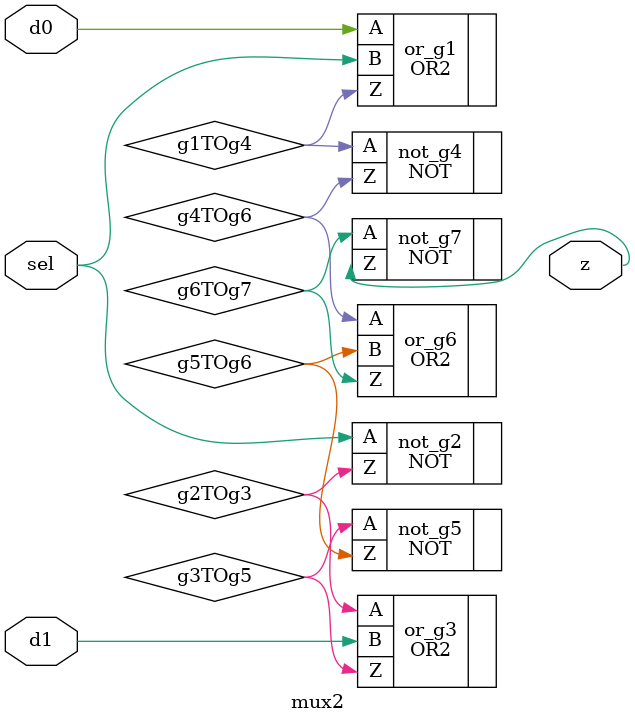
<source format=sv>
module mux2 (
    input logic d0,          // Data input 0
    input logic d1,          // Data input 1
    input logic sel,         // Select input
    output logic z           // Output
);

// Put your code here
	// bottom path
	logic g1TOg4, g4TOg6, g6TOg7, g2TOg3, g3TOg5, g5TOg6;   
	OR2 #(.Tpdhl(5), .Tpdlh(4)) or_g1(.A(d0), .B(sel), .Z(g1TOg4));
	NOT #(.Tpdhl(4), .Tpdlh(10)) not_g4(.A(g1TOg4), .Z(g4TOg6));
	OR2 #(.Tpdhl(5), .Tpdlh(4)) or_g6(.A(g4TOg6), .B(g5TOg6), .Z(g6TOg7));
	NOT #(.Tpdhl(4), .Tpdlh(10)) not_g7(.A(g6TOg7), .Z(z));
	
	// top path
	NOT #(.Tpdhl(4), .Tpdlh(10)) not_g2(.A(sel), .Z(g2TOg3));
	OR2 #(.Tpdhl(5), .Tpdlh(4)) or_g3(.A(g2TOg3), .B(d1), .Z(g3TOg5));
	NOT #(.Tpdhl(4), .Tpdlh(10)) not_g5(.A(g3TOg5), .Z(g5TOg6));
	
// End of your code

endmodule

</source>
